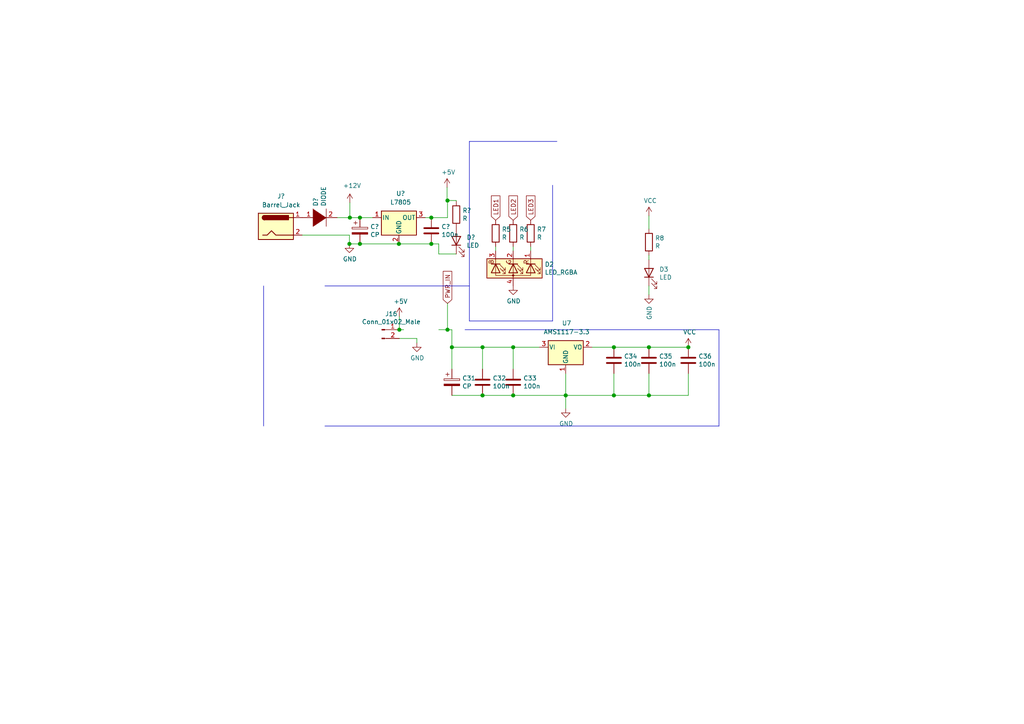
<source format=kicad_sch>
(kicad_sch (version 20200828) (generator eeschema)
  (page 7 11)
  (paper "A4")
  (lib_symbols
    (symbol "Connector:Barrel_Jack" (pin_names (offset 1.016))
      (property "Reference" "J" (at 0 5.334 0))
      (property "Value" "Barrel_Jack" (at 0 -5.08 0))
      (symbol "Barrel_Jack_0_1"
        (arc (start -3.302 3.175) (end -3.302 1.905) (radius (at -3.302 2.54) (length 0.635) (angles 90.1 -90.1)) (stroke (width 0.254)) (fill (type outline)))
        (arc (start -3.302 3.175) (end -3.302 1.905) (radius (at -3.302 2.54) (length 0.635) (angles 90.1 -90.1)) (stroke (width 0.254)))
        (rectangle (start -5.08 3.81) (end 5.08 -3.81) (stroke (width 0.254)) (fill (type background)))
        (rectangle (start 3.683 3.175) (end -3.302 1.905) (stroke (width 0.254)) (fill (type outline)))
        (polyline (pts (xy 5.08 2.54) (xy 3.81 2.54)) (stroke (width 0.254)))
        (polyline (pts (xy -3.81 -2.54) (xy -2.54 -2.54) (xy -1.27 -1.27) (xy 0 -2.54) (xy 2.54 -2.54) (xy 5.08 -2.54)) (stroke (width 0.254)))
      )
      (symbol "Barrel_Jack_1_1"
        (pin passive line (at 7.62 2.54 180) (length 2.54) (name "~") (number "1"))
        (pin passive line (at 7.62 -2.54 180) (length 2.54) (name "~") (number "2"))
      )
    )
    (symbol "Connector:Conn_01x02_Male" (pin_names (offset 1.016) hide)
      (property "Reference" "J" (at 0 2.54 0))
      (property "Value" "Conn_01x02_Male" (at 0 -5.08 0))
      (symbol "Conn_01x02_Male_1_1"
        (rectangle (start 0.8636 -2.413) (end 0 -2.667) (stroke (width 0.1524)) (fill (type outline)))
        (rectangle (start 0.8636 0.127) (end 0 -0.127) (stroke (width 0.1524)) (fill (type outline)))
        (polyline (pts (xy 1.27 -2.54) (xy 0.8636 -2.54)) (stroke (width 0.1524)))
        (polyline (pts (xy 1.27 0) (xy 0.8636 0)) (stroke (width 0.1524)))
        (pin passive line (at 5.08 0 180) (length 3.81) (name "Pin_1") (number "1"))
        (pin passive line (at 5.08 -2.54 180) (length 3.81) (name "Pin_2") (number "2"))
      )
    )
    (symbol "Device:C" (pin_numbers hide) (pin_names (offset 0.254))
      (property "Reference" "C" (at 0.635 2.54 0))
      (property "Value" "C" (at 0.635 -2.54 0))
      (symbol "C_0_1"
        (polyline (pts (xy -2.032 -0.762) (xy 2.032 -0.762)) (stroke (width 0.508)))
        (polyline (pts (xy -2.032 0.762) (xy 2.032 0.762)) (stroke (width 0.508)))
      )
      (symbol "C_1_1"
        (pin passive line (at 0 3.81 270) (length 2.794) (name "~") (number "1"))
        (pin passive line (at 0 -3.81 90) (length 2.794) (name "~") (number "2"))
      )
    )
    (symbol "Device:CP" (pin_numbers hide) (pin_names (offset 0.254))
      (property "Reference" "C" (at 0.635 2.54 0))
      (property "Value" "CP" (at 0.635 -2.54 0))
      (symbol "CP_0_1"
        (rectangle (start -2.286 0.508) (end 2.286 1.016))
        (rectangle (start 2.286 -0.508) (end -2.286 -1.016) (fill (type outline)))
        (polyline (pts (xy -1.778 2.286) (xy -0.762 2.286)))
        (polyline (pts (xy -1.27 2.794) (xy -1.27 1.778)))
      )
      (symbol "CP_1_1"
        (pin passive line (at 0 3.81 270) (length 2.794) (name "~") (number "1"))
        (pin passive line (at 0 -3.81 90) (length 2.794) (name "~") (number "2"))
      )
    )
    (symbol "Device:LED" (pin_numbers hide) (pin_names (offset 1.016) hide)
      (property "Reference" "D" (at 0 2.54 0))
      (property "Value" "LED" (at 0 -2.54 0))
      (symbol "LED_0_1"
        (polyline (pts (xy -1.27 -1.27) (xy -1.27 1.27)) (stroke (width 0.254)))
        (polyline (pts (xy -1.27 0) (xy 1.27 0)))
        (polyline (pts (xy 1.27 -1.27) (xy 1.27 1.27) (xy -1.27 0) (xy 1.27 -1.27)) (stroke (width 0.254)))
        (polyline (pts (xy -3.048 -0.762) (xy -4.572 -2.286) (xy -3.81 -2.286) (xy -4.572 -2.286) (xy -4.572 -1.524)))
        (polyline (pts (xy -1.778 -0.762) (xy -3.302 -2.286) (xy -2.54 -2.286) (xy -3.302 -2.286) (xy -3.302 -1.524)))
      )
      (symbol "LED_1_1"
        (pin passive line (at -3.81 0 0) (length 2.54) (name "K") (number "1"))
        (pin passive line (at 3.81 0 180) (length 2.54) (name "A") (number "2"))
      )
    )
    (symbol "Device:LED_RGBA" (pin_names (offset 0) hide)
      (property "Reference" "D" (at 0 9.398 0))
      (property "Value" "LED_RGBA" (at 0 -8.89 0))
      (symbol "LED_RGBA_0_1"
        (circle (center 2.032 0) (radius 0.254) (fill (type outline)))
        (rectangle (start 1.27 -1.27) (end 1.27 1.27))
        (rectangle (start 1.27 1.27) (end 1.27 1.27))
        (rectangle (start 1.27 3.81) (end 1.27 6.35))
        (rectangle (start 1.27 6.35) (end 1.27 6.35))
        (rectangle (start 2.794 8.382) (end -2.794 -7.62) (stroke (width 0.254)) (fill (type background)))
        (polyline (pts (xy -1.27 -5.08) (xy -2.54 -5.08)))
        (polyline (pts (xy -1.27 -5.08) (xy 1.27 -5.08)))
        (polyline (pts (xy -1.27 -3.81) (xy -1.27 -6.35)) (stroke (width 0.254)))
        (polyline (pts (xy -1.27 0) (xy -2.54 0)))
        (polyline (pts (xy -1.27 0) (xy 1.27 0)))
        (polyline (pts (xy -1.27 1.27) (xy -1.27 -1.27)) (stroke (width 0.254)))
        (polyline (pts (xy -1.27 5.08) (xy -2.54 5.08)))
        (polyline (pts (xy -1.27 6.35) (xy -1.27 3.81)) (stroke (width 0.254)))
        (polyline (pts (xy 1.27 0) (xy 2.54 0)))
        (polyline (pts (xy 1.27 5.08) (xy -1.27 5.08)))
        (polyline (pts (xy -1.27 1.27) (xy -1.27 -1.27) (xy -1.27 -1.27)))
        (polyline (pts (xy -1.27 6.35) (xy -1.27 3.81) (xy -1.27 3.81)))
        (polyline (pts (xy 1.27 -5.08) (xy 2.032 -5.08) (xy 2.032 5.08) (xy 1.27 5.08)))
        (polyline (pts (xy 1.27 -3.81) (xy 1.27 -6.35) (xy -1.27 -5.08) (xy 1.27 -3.81)) (stroke (width 0.254)))
        (polyline (pts (xy 1.27 1.27) (xy 1.27 -1.27) (xy -1.27 0) (xy 1.27 1.27)) (stroke (width 0.254)))
        (polyline (pts (xy 1.27 6.35) (xy 1.27 3.81) (xy -1.27 5.08) (xy 1.27 6.35)) (stroke (width 0.254)))
        (polyline (pts (xy -1.016 -3.81) (xy 0.508 -2.286) (xy -0.254 -2.286) (xy 0.508 -2.286) (xy 0.508 -3.048)))
        (polyline (pts (xy -1.016 1.27) (xy 0.508 2.794) (xy -0.254 2.794) (xy 0.508 2.794) (xy 0.508 2.032)))
        (polyline (pts (xy -1.016 6.35) (xy 0.508 7.874) (xy -0.254 7.874) (xy 0.508 7.874) (xy 0.508 7.112)))
        (polyline (pts (xy 0 -3.81) (xy 1.524 -2.286) (xy 0.762 -2.286) (xy 1.524 -2.286) (xy 1.524 -3.048)))
        (polyline (pts (xy 0 1.27) (xy 1.524 2.794) (xy 0.762 2.794) (xy 1.524 2.794) (xy 1.524 2.032)))
        (polyline (pts (xy 0 6.35) (xy 1.524 7.874) (xy 0.762 7.874) (xy 1.524 7.874) (xy 1.524 7.112)))
      )
      (symbol "LED_RGBA_0_0"
        (text "B" (at -1.905 -6.35 0) (effects (font (size 1.27 1.27))))
        (text "G" (at -1.905 -1.27 0) (effects (font (size 1.27 1.27))))
        (text "R" (at -1.905 3.81 0) (effects (font (size 1.27 1.27))))
      )
      (symbol "LED_RGBA_1_1"
        (pin passive line (at -5.08 5.08 0) (length 2.54) (name "RK") (number "1"))
        (pin passive line (at -5.08 0 0) (length 2.54) (name "GK") (number "2"))
        (pin passive line (at -5.08 -5.08 0) (length 2.54) (name "BK") (number "3"))
        (pin passive line (at 5.08 0 180) (length 2.54) (name "A") (number "4"))
      )
    )
    (symbol "Device:R" (pin_numbers hide) (pin_names (offset 0))
      (property "Reference" "R" (at 2.032 0 90))
      (property "Value" "R" (at 0 0 90))
      (symbol "R_0_1"
        (rectangle (start -1.016 -2.54) (end 1.016 2.54) (stroke (width 0.254)))
      )
      (symbol "R_1_1"
        (pin passive line (at 0 3.81 270) (length 1.27) (name "~") (number "1"))
        (pin passive line (at 0 -3.81 90) (length 1.27) (name "~") (number "2"))
      )
    )
    (symbol "Regulator_Linear:AMS1117-3.3" (pin_names (offset 0.254))
      (property "Reference" "U" (at -3.81 3.175 0))
      (property "Value" "AMS1117-3.3" (at 0 3.175 0))
      (symbol "AMS1117-3.3_0_1"
        (rectangle (start -5.08 -5.08) (end 5.08 1.905) (stroke (width 0.254)) (fill (type background)))
      )
      (symbol "AMS1117-3.3_1_1"
        (pin power_in line (at 0 -7.62 90) (length 2.54) (name "GND") (number "1"))
        (pin power_out line (at 7.62 0 180) (length 2.54) (name "VO") (number "2"))
        (pin power_in line (at -7.62 0 0) (length 2.54) (name "VI") (number "3"))
      )
    )
    (symbol "Regulator_Linear:L7805" (pin_names (offset 0.254))
      (property "Reference" "U" (at -3.81 3.175 0))
      (property "Value" "L7805" (at 0 3.175 0))
      (symbol "L7805_0_1"
        (rectangle (start -5.08 1.905) (end 5.08 -5.08) (stroke (width 0.254)) (fill (type background)))
      )
      (symbol "L7805_1_1"
        (pin power_in line (at -7.62 0 0) (length 2.54) (name "IN") (number "1"))
        (pin power_in line (at 0 -7.62 90) (length 2.54) (name "GND") (number "2"))
        (pin power_out line (at 7.62 0 180) (length 2.54) (name "OUT") (number "3"))
      )
    )
    (symbol "power:+12V" (power) (pin_names (offset 0))
      (property "Value" "+12V" (at 0 3.556 0))
      (symbol "+12V_0_1"
        (polyline (pts (xy -0.762 1.27) (xy 0 2.54)))
        (polyline (pts (xy 0 0) (xy 0 2.54)))
        (polyline (pts (xy 0 2.54) (xy 0.762 1.27)))
      )
      (symbol "+12V_1_1"
        (pin power_in line (at 0 0 90) (length 0) hide (name "+12V") (number "1"))
      )
    )
    (symbol "power:+5V" (power) (pin_names (offset 0))
      (property "Value" "+5V" (at 0 3.556 0))
      (symbol "+5V_0_1"
        (polyline (pts (xy -0.762 1.27) (xy 0 2.54)))
        (polyline (pts (xy 0 0) (xy 0 2.54)))
        (polyline (pts (xy 0 2.54) (xy 0.762 1.27)))
      )
      (symbol "+5V_1_1"
        (pin power_in line (at 0 0 90) (length 0) hide (name "+5V") (number "1"))
      )
    )
    (symbol "power:GND" (power) (pin_names (offset 0))
      (property "Value" "GND" (at 0 -3.81 0))
      (symbol "GND_0_1"
        (polyline (pts (xy 0 0) (xy 0 -1.27) (xy 1.27 -1.27) (xy 0 -2.54) (xy -1.27 -1.27) (xy 0 -1.27)))
      )
      (symbol "GND_1_1"
        (pin power_in line (at 0 0 270) (length 0) hide (name "GND") (number "1"))
      )
    )
    (symbol "power:VCC" (power) (pin_names (offset 0))
      (property "Value" "VCC" (at 0 3.81 0))
      (symbol "VCC_0_1"
        (polyline (pts (xy -0.762 1.27) (xy 0 2.54)))
        (polyline (pts (xy 0 0) (xy 0 2.54)))
        (polyline (pts (xy 0 2.54) (xy 0.762 1.27)))
      )
      (symbol "VCC_1_1"
        (pin power_in line (at 0 0 90) (length 0) hide (name "VCC") (number "1"))
      )
    )
    (symbol "pspice:DIODE" (pin_names (offset 1.016) hide)
      (property "Reference" "D" (at 0 3.81 0))
      (property "Value" "DIODE" (at 0 -4.445 0))
      (symbol "DIODE_0_1"
        (polyline (pts (xy 1.905 2.54) (xy 1.905 -2.54)))
        (polyline (pts (xy -1.905 2.54) (xy -1.905 -2.54) (xy 1.905 0)) (fill (type outline)))
      )
      (symbol "DIODE_1_1"
        (pin input line (at -5.08 0 0) (length 3.81) (name "K") (number "1"))
        (pin input line (at 5.08 0 180) (length 3.81) (name "A") (number "2"))
      )
    )
  )
  (junction (at 101.346 70.739) (diameter 1.016))
  (junction (at 101.473 63.119) (diameter 1.016))
  (junction (at 104.394 63.119) (diameter 1.016))
  (junction (at 104.394 70.739) (diameter 1.016))
  (junction (at 115.697 70.739) (diameter 1.016))
  (junction (at 115.824 95.631) (diameter 1.016))
  (junction (at 125.095 63.119) (diameter 1.016))
  (junction (at 125.095 70.739) (diameter 1.016))
  (junction (at 129.794 58.166) (diameter 1.016))
  (junction (at 129.794 95.631) (diameter 1.016))
  (junction (at 131.064 100.711) (diameter 1.016))
  (junction (at 139.954 100.711) (diameter 1.016))
  (junction (at 139.954 114.681) (diameter 1.016))
  (junction (at 148.844 100.711) (diameter 1.016))
  (junction (at 148.844 114.681) (diameter 1.016))
  (junction (at 164.084 114.681) (diameter 1.016))
  (junction (at 178.054 100.711) (diameter 1.016))
  (junction (at 178.054 114.681) (diameter 1.016))
  (junction (at 188.214 100.711) (diameter 1.016))
  (junction (at 188.214 114.681) (diameter 1.016))
  (junction (at 199.644 100.711) (diameter 1.016))
  (wire (pts (xy 87.63 68.199) (xy 101.346 68.199)))
  (wire (pts (xy 97.79 63.119) (xy 101.473 63.119)))
  (wire (pts (xy 101.346 68.199) (xy 101.346 70.739)))
  (wire (pts (xy 101.346 70.739) (xy 104.394 70.739)))
  (wire (pts (xy 101.473 63.119) (xy 101.473 58.801)))
  (wire (pts (xy 101.473 63.119) (xy 104.394 63.119)))
  (wire (pts (xy 104.394 63.119) (xy 108.077 63.119)))
  (wire (pts (xy 104.394 70.739) (xy 115.697 70.739)))
  (wire (pts (xy 115.697 70.739) (xy 125.095 70.739)))
  (wire (pts (xy 115.824 95.631) (xy 115.824 91.821)))
  (wire (pts (xy 115.824 95.631) (xy 117.094 95.631)))
  (wire (pts (xy 115.824 98.171) (xy 120.904 98.171)))
  (wire (pts (xy 120.904 98.171) (xy 120.904 99.441)))
  (wire (pts (xy 123.317 63.119) (xy 125.095 63.119)))
  (wire (pts (xy 125.095 63.119) (xy 129.794 63.119)))
  (wire (pts (xy 125.095 70.739) (xy 127.254 70.739)))
  (wire (pts (xy 127.254 73.66) (xy 127.254 70.739)))
  (wire (pts (xy 129.667 54.356) (xy 129.667 58.166)))
  (wire (pts (xy 129.794 58.166) (xy 129.667 58.166)))
  (wire (pts (xy 129.794 58.166) (xy 132.334 58.166)))
  (wire (pts (xy 129.794 63.119) (xy 129.794 58.166)))
  (wire (pts (xy 129.794 88.011) (xy 129.794 95.631)))
  (wire (pts (xy 129.794 95.631) (xy 127.254 95.631)))
  (wire (pts (xy 131.064 95.631) (xy 129.794 95.631)))
  (wire (pts (xy 131.064 100.711) (xy 131.064 95.631)))
  (wire (pts (xy 131.064 100.711) (xy 139.954 100.711)))
  (wire (pts (xy 131.064 107.061) (xy 131.064 100.711)))
  (wire (pts (xy 131.064 114.681) (xy 139.954 114.681)))
  (wire (pts (xy 132.334 58.166) (xy 132.334 58.42)))
  (wire (pts (xy 132.334 73.66) (xy 127.254 73.66)))
  (wire (pts (xy 139.954 100.711) (xy 139.954 107.061)))
  (wire (pts (xy 139.954 100.711) (xy 148.844 100.711)))
  (wire (pts (xy 139.954 114.681) (xy 148.844 114.681)))
  (wire (pts (xy 143.764 71.501) (xy 143.764 72.771)))
  (wire (pts (xy 148.844 71.501) (xy 148.844 72.771)))
  (wire (pts (xy 148.844 100.711) (xy 156.464 100.711)))
  (wire (pts (xy 148.844 107.061) (xy 148.844 100.711)))
  (wire (pts (xy 148.844 114.681) (xy 164.084 114.681)))
  (wire (pts (xy 153.924 71.501) (xy 153.924 72.771)))
  (wire (pts (xy 164.084 108.331) (xy 164.084 110.871)))
  (wire (pts (xy 164.084 114.681) (xy 164.084 110.871)))
  (wire (pts (xy 164.084 114.681) (xy 164.084 118.491)))
  (wire (pts (xy 164.084 114.681) (xy 178.054 114.681)))
  (wire (pts (xy 171.704 100.711) (xy 178.054 100.711)))
  (wire (pts (xy 178.054 100.711) (xy 188.214 100.711)))
  (wire (pts (xy 178.054 108.331) (xy 178.054 114.681)))
  (wire (pts (xy 178.054 114.681) (xy 188.214 114.681)))
  (wire (pts (xy 188.214 66.421) (xy 188.214 62.611)))
  (wire (pts (xy 188.214 74.041) (xy 188.214 75.311)))
  (wire (pts (xy 188.214 85.471) (xy 188.214 82.931)))
  (wire (pts (xy 188.214 100.711) (xy 199.644 100.711)))
  (wire (pts (xy 188.214 108.331) (xy 188.214 114.681)))
  (wire (pts (xy 188.214 114.681) (xy 199.644 114.681)))
  (wire (pts (xy 199.644 114.681) (xy 199.644 108.331)))
  (polyline (pts (xy 76.454 82.931) (xy 76.454 123.571)) (stroke (width 0) (type solid)))
  (polyline (pts (xy 94.234 82.931) (xy 136.144 82.931)) (stroke (width 0) (type solid)))
  (polyline (pts (xy 94.234 123.571) (xy 208.534 123.571)) (stroke (width 0) (type solid)))
  (polyline (pts (xy 134.874 95.631) (xy 208.534 95.631)) (stroke (width 0) (type solid)))
  (polyline (pts (xy 136.144 41.021) (xy 136.144 93.091)) (stroke (width 0) (type solid)))
  (polyline (pts (xy 136.144 93.091) (xy 160.274 93.091)) (stroke (width 0) (type solid)))
  (polyline (pts (xy 160.274 93.091) (xy 160.274 53.721)) (stroke (width 0) (type solid)))
  (polyline (pts (xy 161.544 41.021) (xy 136.144 41.021)) (stroke (width 0) (type solid)))
  (polyline (pts (xy 208.534 95.631) (xy 208.534 123.571)) (stroke (width 0) (type solid)))
  (global_label "PWR_IN" (shape input) (at 129.794 88.011 90))
  (global_label "LED1" (shape input) (at 143.764 63.881 90))
  (global_label "LED2" (shape input) (at 148.844 63.881 90))
  (global_label "LED3" (shape input) (at 153.924 63.881 90))
  (symbol (lib_id "power:+12V") (at 101.473 58.801 0) (unit 1)
    (property "Reference" "#PWR?" (effects hide))
    (property "Value" "+12V" (at 102.108 53.848 0))
  )
  (symbol (lib_id "power:+5V") (at 115.824 91.821 0) (unit 1)
    (property "Reference" "#PWR0166" (effects hide))
    (property "Value" "+5V" (at 116.205 87.4268 0))
  )
  (symbol (lib_id "power:+5V") (at 129.667 54.356 0) (unit 1)
    (property "Reference" "#PWR?" (effects hide))
    (property "Value" "+5V" (at 130.048 49.9618 0))
  )
  (symbol (lib_id "power:VCC") (at 188.214 62.611 0) (unit 1)
    (property "Reference" "#PWR0169" (effects hide))
    (property "Value" "VCC" (at 188.595 58.2168 0))
  )
  (symbol (lib_id "power:VCC") (at 199.644 100.711 0) (unit 1)
    (property "Reference" "#PWR0163" (effects hide))
    (property "Value" "VCC" (at 200.025 96.3168 0))
  )
  (symbol (lib_id "power:GND") (at 101.346 70.739 0) (unit 1)
    (property "Reference" "#PWR?" (effects hide))
    (property "Value" "GND" (at 101.473 75.1332 0))
  )
  (symbol (lib_id "power:GND") (at 120.904 99.441 0) (unit 1)
    (property "Reference" "#PWR0165" (effects hide))
    (property "Value" "GND" (at 121.031 103.8352 0))
  )
  (symbol (lib_id "power:GND") (at 148.844 82.931 0) (unit 1)
    (property "Reference" "#PWR0167" (effects hide))
    (property "Value" "GND" (at 148.971 87.3252 0))
  )
  (symbol (lib_id "power:GND") (at 164.084 118.491 0) (unit 1)
    (property "Reference" "#PWR0164" (effects hide))
    (property "Value" "GND" (at 164.211 122.8852 0))
  )
  (symbol (lib_id "power:GND") (at 188.214 85.471 0) (unit 1)
    (property "Reference" "#PWR0168" (effects hide))
    (property "Value" "GND" (at 188.341 88.7222 90) (effects (justify right)))
  )
  (symbol (lib_id "Device:R") (at 132.334 62.23 0) (unit 1)
    (property "Reference" "R?" (at 134.112 61.0616 0) (effects (justify left)))
    (property "Value" "R" (at 134.112 63.373 0) (effects (justify left)))
    (property "Footprint" "Resistor_SMD:R_0603_1608Metric_Pad1.05x0.95mm_HandSolder" (effects hide))
  )
  (symbol (lib_id "Device:R") (at 143.764 67.691 0) (unit 1)
    (property "Reference" "R5" (at 145.542 66.5226 0) (effects (justify left)))
    (property "Value" "R" (at 145.542 68.834 0) (effects (justify left)))
    (property "Footprint" "Resistor_SMD:R_0603_1608Metric_Pad1.05x0.95mm_HandSolder" (effects hide))
  )
  (symbol (lib_id "Device:R") (at 148.844 67.691 0) (unit 1)
    (property "Reference" "R6" (at 150.622 66.5226 0) (effects (justify left)))
    (property "Value" "R" (at 150.622 68.834 0) (effects (justify left)))
    (property "Footprint" "Resistor_SMD:R_0603_1608Metric_Pad1.05x0.95mm_HandSolder" (effects hide))
  )
  (symbol (lib_id "Device:R") (at 153.924 67.691 0) (unit 1)
    (property "Reference" "R7" (at 155.702 66.5226 0) (effects (justify left)))
    (property "Value" "R" (at 155.702 68.834 0) (effects (justify left)))
    (property "Footprint" "Resistor_SMD:R_0603_1608Metric_Pad1.05x0.95mm_HandSolder" (effects hide))
  )
  (symbol (lib_id "Device:R") (at 188.214 70.231 0) (unit 1)
    (property "Reference" "R8" (at 189.992 69.0626 0) (effects (justify left)))
    (property "Value" "R" (at 189.992 71.374 0) (effects (justify left)))
    (property "Footprint" "Resistor_SMD:R_0603_1608Metric_Pad1.05x0.95mm_HandSolder" (effects hide))
  )
  (symbol (lib_id "Connector:Conn_01x02_Male") (at 110.744 95.631 0) (unit 1)
    (property "Reference" "J16" (at 113.4872 91.0336 0))
    (property "Value" "Conn_01x02_Male" (at 113.4872 93.345 0))
    (property "Footprint" "Connector_PinHeader_2.54mm:PinHeader_1x02_P2.54mm_Vertical" (effects hide))
  )
  (symbol (lib_id "Device:LED") (at 132.334 69.85 90) (unit 1)
    (property "Reference" "D?" (at 135.3312 68.8594 90) (effects (justify right)))
    (property "Value" "LED" (at 135.3312 71.1708 90) (effects (justify right)))
    (property "Footprint" "LED_SMD:LED_RGB_1210" (effects hide))
  )
  (symbol (lib_id "Device:LED") (at 188.214 79.121 90) (unit 1)
    (property "Reference" "D3" (at 191.2112 78.1304 90) (effects (justify right)))
    (property "Value" "LED" (at 191.2112 80.4418 90) (effects (justify right)))
    (property "Footprint" "LED_SMD:LED_RGB_1210" (effects hide))
  )
  (symbol (lib_id "Device:CP") (at 104.394 66.929 0) (unit 1)
    (property "Reference" "C?" (at 107.3912 65.7606 0) (effects (justify left)))
    (property "Value" "CP" (at 107.3912 68.072 0) (effects (justify left)))
    (property "Footprint" "Capacitor_SMD:C_0603_1608Metric_Pad1.05x0.95mm_HandSolder" (effects hide))
  )
  (symbol (lib_id "Device:C") (at 125.095 66.929 0) (unit 1)
    (property "Reference" "C?" (at 128.016 65.7606 0) (effects (justify left)))
    (property "Value" "100n" (at 128.016 68.072 0) (effects (justify left)))
    (property "Footprint" "Capacitor_SMD:C_0603_1608Metric_Pad1.05x0.95mm_HandSolder" (effects hide))
  )
  (symbol (lib_id "Device:CP") (at 131.064 110.871 0) (unit 1)
    (property "Reference" "C31" (at 134.0612 109.7026 0) (effects (justify left)))
    (property "Value" "CP" (at 134.0612 112.014 0) (effects (justify left)))
    (property "Footprint" "Capacitor_SMD:C_0603_1608Metric_Pad1.05x0.95mm_HandSolder" (effects hide))
  )
  (symbol (lib_id "Device:C") (at 139.954 110.871 0) (unit 1)
    (property "Reference" "C32" (at 142.875 109.7026 0) (effects (justify left)))
    (property "Value" "100n" (at 142.875 112.014 0) (effects (justify left)))
    (property "Footprint" "Capacitor_SMD:C_0603_1608Metric_Pad1.05x0.95mm_HandSolder" (effects hide))
  )
  (symbol (lib_id "Device:C") (at 148.844 110.871 0) (unit 1)
    (property "Reference" "C33" (at 151.765 109.7026 0) (effects (justify left)))
    (property "Value" "100n" (at 151.765 112.014 0) (effects (justify left)))
    (property "Footprint" "Capacitor_SMD:C_0603_1608Metric_Pad1.05x0.95mm_HandSolder" (effects hide))
  )
  (symbol (lib_id "Device:C") (at 178.054 104.521 0) (unit 1)
    (property "Reference" "C34" (at 180.975 103.3526 0) (effects (justify left)))
    (property "Value" "100n" (at 180.975 105.664 0) (effects (justify left)))
    (property "Footprint" "Capacitor_SMD:C_0603_1608Metric" (effects hide))
  )
  (symbol (lib_id "Device:C") (at 188.214 104.521 0) (unit 1)
    (property "Reference" "C35" (at 191.135 103.3526 0) (effects (justify left)))
    (property "Value" "100n" (at 191.135 105.664 0) (effects (justify left)))
    (property "Footprint" "Capacitor_SMD:C_1206_3216Metric" (effects hide))
  )
  (symbol (lib_id "Device:C") (at 199.644 104.521 0) (unit 1)
    (property "Reference" "C36" (at 202.565 103.3526 0) (effects (justify left)))
    (property "Value" "100n" (at 202.565 105.664 0) (effects (justify left)))
    (property "Footprint" "Capacitor_SMD:C_0603_1608Metric_Pad1.05x0.95mm_HandSolder" (effects hide))
  )
  (symbol (lib_id "pspice:DIODE") (at 92.71 63.119 0) (unit 1)
    (property "Reference" "D?" (at 91.5416 59.8678 90) (effects (justify left)))
    (property "Value" "DIODE" (at 93.853 59.8678 90) (effects (justify left)))
    (property "Footprint" "Diode_SMD:D_1206_3216Metric" (effects hide))
  )
  (symbol (lib_id "Connector:Barrel_Jack") (at 80.01 65.659 0) (unit 1)
    (property "Reference" "J?" (at 81.534 56.896 0))
    (property "Value" "Barrel_Jack" (at 81.534 59.436 0))
    (property "Footprint" "Connector_BarrelJack:BarrelJack_Horizontal" (effects hide))
  )
  (symbol (lib_id "Regulator_Linear:L7805") (at 115.697 63.119 0) (unit 1)
    (property "Reference" "U?" (at 116.205 56.134 0))
    (property "Value" "L7805" (at 116.205 58.674 0))
    (property "Datasheet" "http://www.st.com/content/ccc/resource/technical/document/datasheet/41/4f/b3/b0/12/d4/47/88/CD00000444.pdf/files/CD00000444.pdf/jcr:content/translations/en.CD00000444.pdf" (effects hide))
  )
  (symbol (lib_id "Regulator_Linear:AMS1117-3.3") (at 164.084 100.711 0) (unit 1)
    (property "Reference" "U7" (at 164.338 93.726 0))
    (property "Value" "AMS1117-3.3" (at 164.338 96.266 0))
    (property "Footprint" "Package_TO_SOT_SMD:SOT-223-3_TabPin2" (effects hide))
    (property "Datasheet" "http://www.advanced-monolithic.com/pdf/ds1117.pdf" (effects hide))
  )
  (symbol (lib_id "Device:LED_RGBA") (at 148.844 77.851 270) (unit 1)
    (property "Reference" "D2" (at 157.988 76.6826 90) (effects (justify left)))
    (property "Value" "LED_RGBA" (at 157.988 78.994 90) (effects (justify left)))
    (property "Footprint" "Diode_SMD:D_1206_3216Metric" (effects hide))
  )
)
</source>
